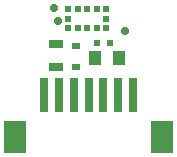
<source format=gts>
G04 #@! TF.FileFunction,Soldermask,Top*
%FSLAX46Y46*%
G04 Gerber Fmt 4.6, Leading zero omitted, Abs format (unit mm)*
G04 Created by KiCad (PCBNEW 4.0.7) date 02/03/18 21:51:46*
%MOMM*%
%LPD*%
G01*
G04 APERTURE LIST*
%ADD10C,0.100000*%
%ADD11R,0.800000X3.000000*%
%ADD12R,1.900000X2.800000*%
%ADD13R,1.000000X1.250000*%
%ADD14R,0.600000X0.500000*%
%ADD15R,0.800000X0.600000*%
%ADD16R,0.500000X0.500000*%
%ADD17R,1.300000X0.700000*%
%ADD18C,0.700000*%
G04 APERTURE END LIST*
D10*
D11*
X21841740Y-22205240D03*
X23091740Y-22205240D03*
X24341740Y-22205240D03*
X20591740Y-22205240D03*
X19341740Y-22205240D03*
D12*
X28041740Y-25705240D03*
X15641740Y-25705240D03*
D11*
X25591740Y-22205240D03*
X18091740Y-22205240D03*
D13*
X24376740Y-19065240D03*
X22376740Y-19065240D03*
D14*
X23651740Y-17740240D03*
X22551740Y-17740240D03*
D15*
X20751740Y-18065240D03*
X20751740Y-19765240D03*
D16*
X22525000Y-14925000D03*
X21725000Y-14925000D03*
X23325000Y-14925000D03*
X20925000Y-14925000D03*
X22525000Y-16525000D03*
X21725000Y-16525000D03*
X20925000Y-16525000D03*
X20125000Y-16525000D03*
X23325000Y-15725000D03*
X23325000Y-16525000D03*
X20125000Y-15725000D03*
X20125000Y-14925000D03*
D17*
X19051740Y-19765240D03*
X19051740Y-17865240D03*
D18*
X21841740Y-22205240D03*
X24874800Y-16774800D03*
X18874800Y-14774800D03*
X20591740Y-22205240D03*
X19341740Y-22205240D03*
X19274800Y-15874800D03*
M02*

</source>
